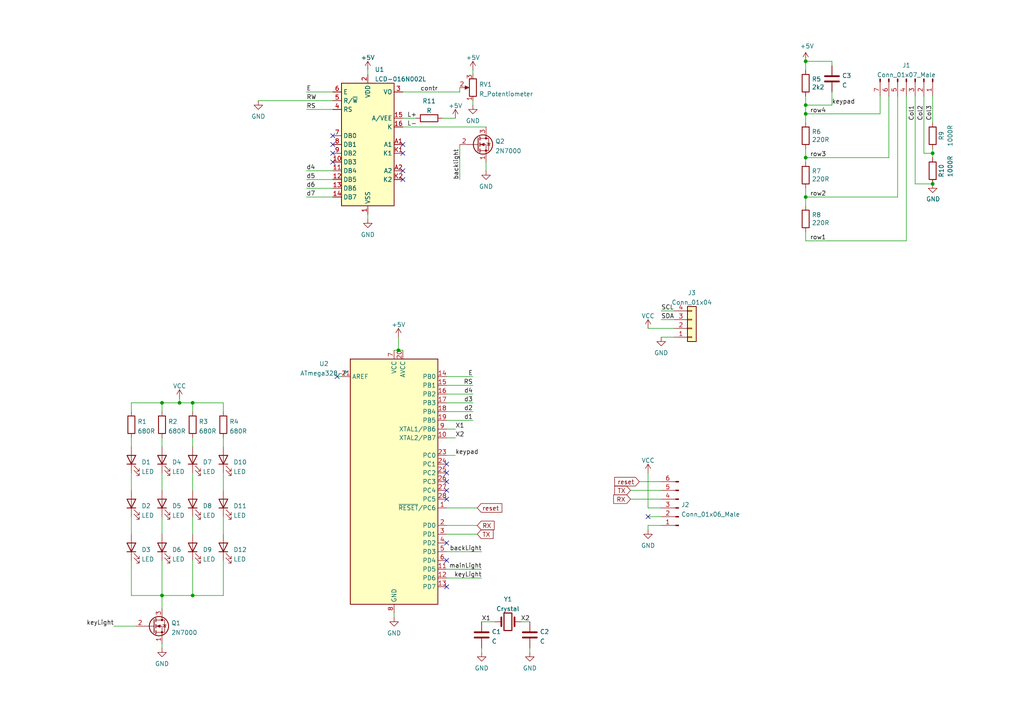
<source format=kicad_sch>
(kicad_sch (version 20211123) (generator eeschema)
  (paper "A4")
  (lib_symbols
    (symbol "Connector:Conn_01x06_Male" (pin_names (offset 1.016) hide)
      (property "Reference" "J" (at 0 7.62 0))
      (property "Value" "Conn_01x06_Male" (at 0 -10.16 0))
      (symbol "Conn_01x06_Male_1_1"
        (polyline (pts (xy 1.27 -7.62) (xy 0.8636 -7.62)) (stroke (width 0.1524)))
        (polyline (pts (xy 1.27 -5.08) (xy 0.8636 -5.08)) (stroke (width 0.1524)))
        (polyline (pts (xy 1.27 -2.54) (xy 0.8636 -2.54)) (stroke (width 0.1524)))
        (polyline (pts (xy 1.27 0) (xy 0.8636 0)) (stroke (width 0.1524)))
        (polyline (pts (xy 1.27 2.54) (xy 0.8636 2.54)) (stroke (width 0.1524)))
        (polyline (pts (xy 1.27 5.08) (xy 0.8636 5.08)) (stroke (width 0.1524)))
        (rectangle (start 0.8636 -7.493) (end 0 -7.747) (stroke (width 0.1524)) (fill (type outline)))
        (rectangle (start 0.8636 -4.953) (end 0 -5.207) (stroke (width 0.1524)) (fill (type outline)))
        (rectangle (start 0.8636 -2.413) (end 0 -2.667) (stroke (width 0.1524)) (fill (type outline)))
        (rectangle (start 0.8636 0.127) (end 0 -0.127) (stroke (width 0.1524)) (fill (type outline)))
        (rectangle (start 0.8636 2.667) (end 0 2.413) (stroke (width 0.1524)) (fill (type outline)))
        (rectangle (start 0.8636 5.207) (end 0 4.953) (stroke (width 0.1524)) (fill (type outline)))
        (pin passive line (at 5.08 5.08 180) (length 3.81) (name "Pin_1") (number "1"))
        (pin passive line (at 5.08 2.54 180) (length 3.81) (name "Pin_2") (number "2"))
        (pin passive line (at 5.08 0 180) (length 3.81) (name "Pin_3") (number "3"))
        (pin passive line (at 5.08 -2.54 180) (length 3.81) (name "Pin_4") (number "4"))
        (pin passive line (at 5.08 -5.08 180) (length 3.81) (name "Pin_5") (number "5"))
        (pin passive line (at 5.08 -7.62 180) (length 3.81) (name "Pin_6") (number "6"))
      )
    )
    (symbol "Connector:Conn_01x07_Male" (pin_names (offset 1.016) hide)
      (property "Reference" "J" (at 0 10.16 0))
      (property "Value" "Conn_01x07_Male" (at 0 -10.16 0))
      (symbol "Conn_01x07_Male_1_1"
        (polyline (pts (xy 1.27 -7.62) (xy 0.8636 -7.62)) (stroke (width 0.1524)))
        (polyline (pts (xy 1.27 -5.08) (xy 0.8636 -5.08)) (stroke (width 0.1524)))
        (polyline (pts (xy 1.27 -2.54) (xy 0.8636 -2.54)) (stroke (width 0.1524)))
        (polyline (pts (xy 1.27 0) (xy 0.8636 0)) (stroke (width 0.1524)))
        (polyline (pts (xy 1.27 2.54) (xy 0.8636 2.54)) (stroke (width 0.1524)))
        (polyline (pts (xy 1.27 5.08) (xy 0.8636 5.08)) (stroke (width 0.1524)))
        (polyline (pts (xy 1.27 7.62) (xy 0.8636 7.62)) (stroke (width 0.1524)))
        (rectangle (start 0.8636 -7.493) (end 0 -7.747) (stroke (width 0.1524)) (fill (type outline)))
        (rectangle (start 0.8636 -4.953) (end 0 -5.207) (stroke (width 0.1524)) (fill (type outline)))
        (rectangle (start 0.8636 -2.413) (end 0 -2.667) (stroke (width 0.1524)) (fill (type outline)))
        (rectangle (start 0.8636 0.127) (end 0 -0.127) (stroke (width 0.1524)) (fill (type outline)))
        (rectangle (start 0.8636 2.667) (end 0 2.413) (stroke (width 0.1524)) (fill (type outline)))
        (rectangle (start 0.8636 5.207) (end 0 4.953) (stroke (width 0.1524)) (fill (type outline)))
        (rectangle (start 0.8636 7.747) (end 0 7.493) (stroke (width 0.1524)) (fill (type outline)))
        (pin passive line (at 5.08 7.62 180) (length 3.81) (name "Pin_1") (number "1"))
        (pin passive line (at 5.08 5.08 180) (length 3.81) (name "Pin_2") (number "2"))
        (pin passive line (at 5.08 2.54 180) (length 3.81) (name "Pin_3") (number "3"))
        (pin passive line (at 5.08 0 180) (length 3.81) (name "Pin_4") (number "4"))
        (pin passive line (at 5.08 -2.54 180) (length 3.81) (name "Pin_5") (number "5"))
        (pin passive line (at 5.08 -5.08 180) (length 3.81) (name "Pin_6") (number "6"))
        (pin passive line (at 5.08 -7.62 180) (length 3.81) (name "Pin_7") (number "7"))
      )
    )
    (symbol "Connector_Generic:Conn_01x04" (pin_names (offset 1.016) hide)
      (property "Reference" "J" (at 0 5.08 0))
      (property "Value" "Conn_01x04" (at 0 -7.62 0))
      (symbol "Conn_01x04_1_1"
        (rectangle (start -1.27 -4.953) (end 0 -5.207) (stroke (width 0.1524)))
        (rectangle (start -1.27 -2.413) (end 0 -2.667) (stroke (width 0.1524)))
        (rectangle (start -1.27 0.127) (end 0 -0.127) (stroke (width 0.1524)))
        (rectangle (start -1.27 2.667) (end 0 2.413) (stroke (width 0.1524)))
        (rectangle (start -1.27 3.81) (end 1.27 -6.35) (stroke (width 0.254)) (fill (type background)))
        (pin passive line (at -5.08 2.54 0) (length 3.81) (name "Pin_1") (number "1"))
        (pin passive line (at -5.08 0 0) (length 3.81) (name "Pin_2") (number "2"))
        (pin passive line (at -5.08 -2.54 0) (length 3.81) (name "Pin_3") (number "3"))
        (pin passive line (at -5.08 -5.08 0) (length 3.81) (name "Pin_4") (number "4"))
      )
    )
    (symbol "Device:C" (pin_numbers hide) (pin_names (offset 0.254))
      (property "Reference" "C" (at 0.635 2.54 0))
      (property "Value" "C" (at 0.635 -2.54 0))
      (symbol "C_0_1"
        (polyline (pts (xy -2.032 -0.762) (xy 2.032 -0.762)) (stroke (width 0.508)))
        (polyline (pts (xy -2.032 0.762) (xy 2.032 0.762)) (stroke (width 0.508)))
      )
      (symbol "C_1_1"
        (pin passive line (at 0 3.81 270) (length 2.794) (name "~") (number "1"))
        (pin passive line (at 0 -3.81 90) (length 2.794) (name "~") (number "2"))
      )
    )
    (symbol "Device:Crystal" (pin_numbers hide) (pin_names (offset 1.016) hide)
      (property "Reference" "Y" (at 0 3.81 0))
      (property "Value" "Crystal" (at 0 -3.81 0))
      (symbol "Crystal_0_1"
        (rectangle (start -1.143 2.54) (end 1.143 -2.54) (stroke (width 0.3048)))
        (polyline (pts (xy -2.54 0) (xy -1.905 0)))
        (polyline (pts (xy -1.905 -1.27) (xy -1.905 1.27)) (stroke (width 0.508)))
        (polyline (pts (xy 1.905 -1.27) (xy 1.905 1.27)) (stroke (width 0.508)))
        (polyline (pts (xy 2.54 0) (xy 1.905 0)))
      )
      (symbol "Crystal_1_1"
        (pin passive line (at -3.81 0 0) (length 1.27) (name "1") (number "1"))
        (pin passive line (at 3.81 0 180) (length 1.27) (name "2") (number "2"))
      )
    )
    (symbol "Device:LED" (pin_numbers hide) (pin_names (offset 1.016) hide)
      (property "Reference" "D" (at 0 2.54 0))
      (property "Value" "LED" (at 0 -2.54 0))
      (symbol "LED_0_1"
        (polyline (pts (xy -1.27 -1.27) (xy -1.27 1.27)) (stroke (width 0.254)))
        (polyline (pts (xy -1.27 0) (xy 1.27 0)))
        (polyline (pts (xy 1.27 -1.27) (xy 1.27 1.27) (xy -1.27 0) (xy 1.27 -1.27)) (stroke (width 0.254)))
        (polyline (pts (xy -3.048 -0.762) (xy -4.572 -2.286) (xy -3.81 -2.286) (xy -4.572 -2.286) (xy -4.572 -1.524)))
        (polyline (pts (xy -1.778 -0.762) (xy -3.302 -2.286) (xy -2.54 -2.286) (xy -3.302 -2.286) (xy -3.302 -1.524)))
      )
      (symbol "LED_1_1"
        (pin passive line (at -3.81 0 0) (length 2.54) (name "K") (number "1"))
        (pin passive line (at 3.81 0 180) (length 2.54) (name "A") (number "2"))
      )
    )
    (symbol "Device:R" (pin_numbers hide) (pin_names (offset 0))
      (property "Reference" "R" (at 2.032 0 90))
      (property "Value" "R" (at 0 0 90))
      (symbol "R_0_1"
        (rectangle (start -1.016 -2.54) (end 1.016 2.54) (stroke (width 0.254)))
      )
      (symbol "R_1_1"
        (pin passive line (at 0 3.81 270) (length 1.27) (name "~") (number "1"))
        (pin passive line (at 0 -3.81 90) (length 1.27) (name "~") (number "2"))
      )
    )
    (symbol "Device:R_Potentiometer" (pin_names (offset 1.016) hide)
      (property "Reference" "RV" (at -4.445 0 90))
      (property "Value" "R_Potentiometer" (at -2.54 0 90))
      (symbol "R_Potentiometer_0_1"
        (polyline (pts (xy 2.54 0) (xy 1.524 0)))
        (polyline (pts (xy 1.143 0) (xy 2.286 0.508) (xy 2.286 -0.508) (xy 1.143 0)) (fill (type outline)))
        (rectangle (start 1.016 2.54) (end -1.016 -2.54) (stroke (width 0.254)))
      )
      (symbol "R_Potentiometer_1_1"
        (pin passive line (at 0 3.81 270) (length 1.27) (name "1") (number "1"))
        (pin passive line (at 3.81 0 180) (length 1.27) (name "2") (number "2"))
        (pin passive line (at 0 -3.81 90) (length 1.27) (name "3") (number "3"))
      )
    )
    (symbol "Display_Character:LCD-016N002L"
      (property "Reference" "U" (at -6.35 18.796 0))
      (property "Value" "LCD-016N002L" (at 8.636 18.796 0))
      (symbol "LCD-016N002L_1_1"
        (rectangle (start -7.62 17.78) (end 7.62 -17.78) (stroke (width 0.254)) (fill (type background)))
        (pin power_in line (at 0 -20.32 90) (length 2.54) (name "VSS") (number "1"))
        (pin bidirectional line (at -10.16 -5.08 0) (length 2.54) (name "DB3") (number "10"))
        (pin bidirectional line (at -10.16 -7.62 0) (length 2.54) (name "DB4") (number "11"))
        (pin bidirectional line (at -10.16 -10.16 0) (length 2.54) (name "DB5") (number "12"))
        (pin bidirectional line (at -10.16 -12.7 0) (length 2.54) (name "DB6") (number "13"))
        (pin bidirectional line (at -10.16 -15.24 0) (length 2.54) (name "DB7") (number "14"))
        (pin power_in line (at 10.16 7.62 180) (length 2.54) (name "A/VEE") (number "15"))
        (pin power_in line (at 10.16 5.08 180) (length 2.54) (name "K") (number "16"))
        (pin power_in line (at 0 20.32 270) (length 2.54) (name "VDD") (number "2"))
        (pin input line (at 10.16 15.24 180) (length 2.54) (name "VO") (number "3"))
        (pin input line (at -10.16 10.16 0) (length 2.54) (name "RS") (number "4"))
        (pin input line (at -10.16 12.7 0) (length 2.54) (name "R/~{W}") (number "5"))
        (pin input line (at -10.16 15.24 0) (length 2.54) (name "E") (number "6"))
        (pin bidirectional line (at -10.16 2.54 0) (length 2.54) (name "DB0") (number "7"))
        (pin bidirectional line (at -10.16 0 0) (length 2.54) (name "DB1") (number "8"))
        (pin bidirectional line (at -10.16 -2.54 0) (length 2.54) (name "DB2") (number "9"))
        (pin power_in line (at 10.16 0 180) (length 2.54) (name "A1") (number "A1"))
        (pin power_in line (at 10.16 -7.62 180) (length 2.54) (name "A2") (number "A2"))
        (pin power_in line (at 10.16 -2.54 180) (length 2.54) (name "K1") (number "K1"))
        (pin power_in line (at 10.16 -10.16 180) (length 2.54) (name "K2") (number "K2"))
      )
    )
    (symbol "MCU_Microchip_ATmega:ATmega328-P"
      (property "Reference" "U" (at -12.7 36.83 0))
      (property "Value" "ATmega328-P" (at 2.54 -36.83 0))
      (symbol "ATmega328-P_0_1"
        (rectangle (start -12.7 -35.56) (end 12.7 35.56) (stroke (width 0.254)) (fill (type background)))
      )
      (symbol "ATmega328-P_1_1"
        (pin bidirectional line (at 15.24 -7.62 180) (length 2.54) (name "~{RESET}/PC6") (number "1"))
        (pin bidirectional line (at 15.24 12.7 180) (length 2.54) (name "XTAL2/PB7") (number "10"))
        (pin bidirectional line (at 15.24 -25.4 180) (length 2.54) (name "PD5") (number "11"))
        (pin bidirectional line (at 15.24 -27.94 180) (length 2.54) (name "PD6") (number "12"))
        (pin bidirectional line (at 15.24 -30.48 180) (length 2.54) (name "PD7") (number "13"))
        (pin bidirectional line (at 15.24 30.48 180) (length 2.54) (name "PB0") (number "14"))
        (pin bidirectional line (at 15.24 27.94 180) (length 2.54) (name "PB1") (number "15"))
        (pin bidirectional line (at 15.24 25.4 180) (length 2.54) (name "PB2") (number "16"))
        (pin bidirectional line (at 15.24 22.86 180) (length 2.54) (name "PB3") (number "17"))
        (pin bidirectional line (at 15.24 20.32 180) (length 2.54) (name "PB4") (number "18"))
        (pin bidirectional line (at 15.24 17.78 180) (length 2.54) (name "PB5") (number "19"))
        (pin bidirectional line (at 15.24 -12.7 180) (length 2.54) (name "PD0") (number "2"))
        (pin power_in line (at 2.54 38.1 270) (length 2.54) (name "AVCC") (number "20"))
        (pin passive line (at -15.24 30.48 0) (length 2.54) (name "AREF") (number "21"))
        (pin passive line (at 0 -38.1 90) (length 2.54) hide (name "GND") (number "22"))
        (pin bidirectional line (at 15.24 7.62 180) (length 2.54) (name "PC0") (number "23"))
        (pin bidirectional line (at 15.24 5.08 180) (length 2.54) (name "PC1") (number "24"))
        (pin bidirectional line (at 15.24 2.54 180) (length 2.54) (name "PC2") (number "25"))
        (pin bidirectional line (at 15.24 0 180) (length 2.54) (name "PC3") (number "26"))
        (pin bidirectional line (at 15.24 -2.54 180) (length 2.54) (name "PC4") (number "27"))
        (pin bidirectional line (at 15.24 -5.08 180) (length 2.54) (name "PC5") (number "28"))
        (pin bidirectional line (at 15.24 -15.24 180) (length 2.54) (name "PD1") (number "3"))
        (pin bidirectional line (at 15.24 -17.78 180) (length 2.54) (name "PD2") (number "4"))
        (pin bidirectional line (at 15.24 -20.32 180) (length 2.54) (name "PD3") (number "5"))
        (pin bidirectional line (at 15.24 -22.86 180) (length 2.54) (name "PD4") (number "6"))
        (pin power_in line (at 0 38.1 270) (length 2.54) (name "VCC") (number "7"))
        (pin power_in line (at 0 -38.1 90) (length 2.54) (name "GND") (number "8"))
        (pin bidirectional line (at 15.24 15.24 180) (length 2.54) (name "XTAL1/PB6") (number "9"))
      )
    )
    (symbol "Transistor_FET:2N7000" (pin_names hide)
      (property "Reference" "Q" (at 5.08 1.905 0))
      (property "Value" "2N7000" (at 5.08 0 0))
      (symbol "2N7000_0_1"
        (polyline (pts (xy 0.254 0) (xy -2.54 0)))
        (polyline (pts (xy 0.254 1.905) (xy 0.254 -1.905)) (stroke (width 0.254)))
        (polyline (pts (xy 0.762 -1.27) (xy 0.762 -2.286)) (stroke (width 0.254)))
        (polyline (pts (xy 0.762 0.508) (xy 0.762 -0.508)) (stroke (width 0.254)))
        (polyline (pts (xy 0.762 2.286) (xy 0.762 1.27)) (stroke (width 0.254)))
        (polyline (pts (xy 2.54 2.54) (xy 2.54 1.778)))
        (polyline (pts (xy 2.54 -2.54) (xy 2.54 0) (xy 0.762 0)))
        (polyline (pts (xy 0.762 -1.778) (xy 3.302 -1.778) (xy 3.302 1.778) (xy 0.762 1.778)))
        (polyline (pts (xy 1.016 0) (xy 2.032 0.381) (xy 2.032 -0.381) (xy 1.016 0)) (fill (type outline)))
        (polyline (pts (xy 2.794 0.508) (xy 2.921 0.381) (xy 3.683 0.381) (xy 3.81 0.254)))
        (polyline (pts (xy 3.302 0.381) (xy 2.921 -0.254) (xy 3.683 -0.254) (xy 3.302 0.381)))
        (circle (center 1.651 0) (radius 2.794) (stroke (width 0.254)))
        (circle (center 2.54 -1.778) (radius 0.254) (fill (type outline)))
        (circle (center 2.54 1.778) (radius 0.254) (fill (type outline)))
      )
      (symbol "2N7000_1_1"
        (pin passive line (at 2.54 -5.08 90) (length 2.54) (name "S") (number "1"))
        (pin input line (at -5.08 0 0) (length 2.54) (name "G") (number "2"))
        (pin passive line (at 2.54 5.08 270) (length 2.54) (name "D") (number "3"))
      )
    )
    (symbol "power:+5V" (power) (pin_names (offset 0))
      (property "Value" "+5V" (at 0 3.556 0))
      (symbol "+5V_0_1"
        (polyline (pts (xy -0.762 1.27) (xy 0 2.54)))
        (polyline (pts (xy 0 0) (xy 0 2.54)))
        (polyline (pts (xy 0 2.54) (xy 0.762 1.27)))
      )
      (symbol "+5V_1_1"
        (pin power_in line (at 0 0 90) (length 0) hide (name "+5V") (number "1"))
      )
    )
    (symbol "power:GND" (power) (pin_names (offset 0))
      (property "Value" "GND" (at 0 -3.81 0))
      (symbol "GND_0_1"
        (polyline (pts (xy 0 0) (xy 0 -1.27) (xy 1.27 -1.27) (xy 0 -2.54) (xy -1.27 -1.27) (xy 0 -1.27)))
      )
      (symbol "GND_1_1"
        (pin power_in line (at 0 0 270) (length 0) hide (name "GND") (number "1"))
      )
    )
    (symbol "power:VCC" (power) (pin_names (offset 0))
      (property "Value" "VCC" (at 0 3.81 0))
      (symbol "VCC_0_1"
        (polyline (pts (xy -0.762 1.27) (xy 0 2.54)))
        (polyline (pts (xy 0 0) (xy 0 2.54)))
        (polyline (pts (xy 0 2.54) (xy 0.762 1.27)))
      )
      (symbol "VCC_1_1"
        (pin power_in line (at 0 0 90) (length 0) hide (name "VCC") (number "1"))
      )
    )
  )
  (junction (at 55.88 116.84))
  (junction (at 46.99 116.84))
  (junction (at 233.68 33.02))
  (junction (at 115.57 101.6))
  (junction (at 46.99 172.72))
  (junction (at 233.68 17.78))
  (junction (at 233.68 57.15))
  (junction (at 270.51 44.45))
  (junction (at 233.68 30.48))
  (junction (at 55.88 172.72))
  (junction (at 270.51 53.34))
  (junction (at 233.68 45.72))
  (junction (at 52.07 116.84))
  (no_connect (at 96.52 46.99))
  (no_connect (at 96.52 39.37))
  (no_connect (at 96.52 44.45))
  (no_connect (at 97.79 109.22))
  (no_connect (at 129.54 137.16))
  (no_connect (at 129.54 139.7))
  (no_connect (at 129.54 142.24))
  (no_connect (at 129.54 134.62))
  (no_connect (at 129.54 144.78))
  (no_connect (at 129.54 157.48))
  (no_connect (at 129.54 170.18))
  (no_connect (at 129.54 162.56))
  (no_connect (at 116.84 41.91))
  (no_connect (at 116.84 44.45))
  (no_connect (at 116.84 49.53))
  (no_connect (at 116.84 52.07))
  (no_connect (at 187.96 149.86))
  (no_connect (at 96.52 41.91))
  (wire (pts (xy 265.43 27.94) (xy 265.43 53.34)))
  (wire (pts (xy 270.51 44.45) (xy 270.51 45.72)))
  (wire (pts (xy 129.54 165.1) (xy 139.7 165.1)))
  (wire (pts (xy 233.68 30.48) (xy 241.3 30.48)))
  (wire (pts (xy 267.97 27.94) (xy 267.97 44.45)))
  (wire (pts (xy 106.68 62.23) (xy 106.68 63.5)))
  (wire (pts (xy 52.07 115.57) (xy 52.07 116.84)))
  (wire (pts (xy 129.54 160.02) (xy 139.7 160.02)))
  (wire (pts (xy 46.99 172.72) (xy 46.99 176.53)))
  (wire (pts (xy 262.89 27.94) (xy 262.89 69.85)))
  (wire (pts (xy 153.67 187.96) (xy 153.67 189.23)))
  (wire (pts (xy 233.68 17.78) (xy 241.3 17.78)))
  (wire (pts (xy 55.88 116.84) (xy 55.88 119.38)))
  (wire (pts (xy 139.7 180.34) (xy 143.51 180.34)))
  (wire (pts (xy 187.96 95.25) (xy 195.58 95.25)))
  (wire (pts (xy 191.77 90.17) (xy 195.58 90.17)))
  (wire (pts (xy 88.9 31.75) (xy 96.52 31.75)))
  (wire (pts (xy 114.3 101.6) (xy 115.57 101.6)))
  (wire (pts (xy 46.99 172.72) (xy 55.88 172.72)))
  (wire (pts (xy 38.1 137.16) (xy 38.1 142.24)))
  (wire (pts (xy 88.9 52.07) (xy 96.52 52.07)))
  (wire (pts (xy 38.1 149.86) (xy 38.1 154.94)))
  (wire (pts (xy 46.99 137.16) (xy 46.99 142.24)))
  (wire (pts (xy 233.68 57.15) (xy 233.68 59.69)))
  (wire (pts (xy 133.35 26.67) (xy 133.35 25.4)))
  (wire (pts (xy 55.88 172.72) (xy 64.77 172.72)))
  (wire (pts (xy 55.88 127) (xy 55.88 129.54)))
  (wire (pts (xy 38.1 127) (xy 38.1 129.54)))
  (wire (pts (xy 233.68 69.85) (xy 233.68 67.31)))
  (wire (pts (xy 128.27 34.29) (xy 132.08 34.29)))
  (wire (pts (xy 116.84 34.29) (xy 120.65 34.29)))
  (wire (pts (xy 38.1 162.56) (xy 38.1 172.72)))
  (wire (pts (xy 233.68 20.32) (xy 233.68 17.78)))
  (wire (pts (xy 137.16 29.21) (xy 137.16 30.48)))
  (wire (pts (xy 88.9 26.67) (xy 96.52 26.67)))
  (wire (pts (xy 46.99 116.84) (xy 52.07 116.84)))
  (wire (pts (xy 191.77 152.4) (xy 187.96 152.4)))
  (wire (pts (xy 265.43 53.34) (xy 270.51 53.34)))
  (wire (pts (xy 137.16 119.38) (xy 129.54 119.38)))
  (wire (pts (xy 257.81 45.72) (xy 233.68 45.72)))
  (wire (pts (xy 191.77 147.32) (xy 187.96 147.32)))
  (wire (pts (xy 255.27 33.02) (xy 233.68 33.02)))
  (wire (pts (xy 64.77 116.84) (xy 64.77 119.38)))
  (wire (pts (xy 267.97 44.45) (xy 270.51 44.45)))
  (wire (pts (xy 140.97 46.99) (xy 140.97 49.53)))
  (wire (pts (xy 55.88 137.16) (xy 55.88 142.24)))
  (wire (pts (xy 129.54 124.46) (xy 132.08 124.46)))
  (wire (pts (xy 187.96 149.86) (xy 191.77 149.86)))
  (wire (pts (xy 241.3 26.67) (xy 241.3 30.48)))
  (wire (pts (xy 185.42 139.7) (xy 191.77 139.7)))
  (wire (pts (xy 233.68 69.85) (xy 262.89 69.85)))
  (wire (pts (xy 233.68 45.72) (xy 233.68 46.99)))
  (wire (pts (xy 137.16 109.22) (xy 129.54 109.22)))
  (wire (pts (xy 129.54 152.4) (xy 138.43 152.4)))
  (wire (pts (xy 55.88 162.56) (xy 55.88 172.72)))
  (wire (pts (xy 88.9 57.15) (xy 96.52 57.15)))
  (wire (pts (xy 139.7 187.96) (xy 139.7 189.23)))
  (wire (pts (xy 233.68 33.02) (xy 233.68 35.56)))
  (wire (pts (xy 182.88 144.78) (xy 191.77 144.78)))
  (wire (pts (xy 46.99 116.84) (xy 46.99 119.38)))
  (wire (pts (xy 116.84 36.83) (xy 140.97 36.83)))
  (wire (pts (xy 64.77 162.56) (xy 64.77 172.72)))
  (wire (pts (xy 46.99 127) (xy 46.99 129.54)))
  (wire (pts (xy 137.16 114.3) (xy 129.54 114.3)))
  (wire (pts (xy 137.16 121.92) (xy 129.54 121.92)))
  (wire (pts (xy 270.51 43.18) (xy 270.51 44.45)))
  (wire (pts (xy 46.99 162.56) (xy 46.99 172.72)))
  (wire (pts (xy 137.16 116.84) (xy 129.54 116.84)))
  (wire (pts (xy 97.79 109.22) (xy 99.06 109.22)))
  (wire (pts (xy 38.1 116.84) (xy 38.1 119.38)))
  (wire (pts (xy 137.16 20.32) (xy 137.16 21.59)))
  (wire (pts (xy 139.7 167.64) (xy 129.54 167.64)))
  (wire (pts (xy 187.96 152.4) (xy 187.96 153.67)))
  (wire (pts (xy 129.54 132.08) (xy 132.08 132.08)))
  (wire (pts (xy 64.77 137.16) (xy 64.77 142.24)))
  (wire (pts (xy 64.77 127) (xy 64.77 129.54)))
  (wire (pts (xy 241.3 17.78) (xy 241.3 19.05)))
  (wire (pts (xy 233.68 30.48) (xy 233.68 27.94)))
  (wire (pts (xy 46.99 186.69) (xy 46.99 187.96)))
  (wire (pts (xy 191.77 97.79) (xy 195.58 97.79)))
  (wire (pts (xy 233.68 54.61) (xy 233.68 57.15)))
  (wire (pts (xy 88.9 49.53) (xy 96.52 49.53)))
  (wire (pts (xy 137.16 111.76) (xy 129.54 111.76)))
  (wire (pts (xy 88.9 54.61) (xy 96.52 54.61)))
  (wire (pts (xy 191.77 92.71) (xy 195.58 92.71)))
  (wire (pts (xy 133.35 41.91) (xy 133.35 52.07)))
  (wire (pts (xy 106.68 20.32) (xy 106.68 21.59)))
  (wire (pts (xy 74.93 29.21) (xy 96.52 29.21)))
  (wire (pts (xy 55.88 116.84) (xy 64.77 116.84)))
  (wire (pts (xy 270.51 27.94) (xy 270.51 35.56)))
  (wire (pts (xy 129.54 127) (xy 132.08 127)))
  (wire (pts (xy 38.1 116.84) (xy 46.99 116.84)))
  (wire (pts (xy 129.54 147.32) (xy 138.43 147.32)))
  (wire (pts (xy 52.07 116.84) (xy 55.88 116.84)))
  (wire (pts (xy 33.02 181.61) (xy 39.37 181.61)))
  (wire (pts (xy 233.68 30.48) (xy 233.68 33.02)))
  (wire (pts (xy 114.3 177.8) (xy 114.3 179.07)))
  (wire (pts (xy 115.57 97.79) (xy 115.57 101.6)))
  (wire (pts (xy 151.13 180.34) (xy 153.67 180.34)))
  (wire (pts (xy 116.84 26.67) (xy 133.35 26.67)))
  (wire (pts (xy 55.88 149.86) (xy 55.88 154.94)))
  (wire (pts (xy 260.35 57.15) (xy 233.68 57.15)))
  (wire (pts (xy 182.88 142.24) (xy 191.77 142.24)))
  (wire (pts (xy 255.27 27.94) (xy 255.27 33.02)))
  (wire (pts (xy 46.99 149.86) (xy 46.99 154.94)))
  (wire (pts (xy 187.96 147.32) (xy 187.96 137.16)))
  (wire (pts (xy 233.68 43.18) (xy 233.68 45.72)))
  (wire (pts (xy 257.81 27.94) (xy 257.81 45.72)))
  (wire (pts (xy 38.1 172.72) (xy 46.99 172.72)))
  (wire (pts (xy 64.77 149.86) (xy 64.77 154.94)))
  (wire (pts (xy 129.54 154.94) (xy 138.43 154.94)))
  (wire (pts (xy 260.35 27.94) (xy 260.35 57.15)))
  (wire (pts (xy 115.57 101.6) (xy 116.84 101.6)))
  (label "d7" (at 88.9 57.15 0))
  (label "SDA" (at 191.77 92.71 0))
  (label "L-" (at 118.11 36.83 0))
  (label "E" (at 88.9 26.67 0))
  (label "RS" (at 88.9 31.75 0))
  (label "d1" (at 137.16 121.92 180))
  (label "keyLight" (at 139.7 167.64 180))
  (label "keypad" (at 241.3 30.48 0))
  (label "contr" (at 121.92 26.67 0))
  (label "row3" (at 234.95 45.72 0))
  (label "d3" (at 137.16 116.84 180))
  (label "d4" (at 88.9 49.53 0))
  (label "E" (at 137.16 109.22 180))
  (label "RS" (at 137.16 111.76 180))
  (label "SCL" (at 191.77 90.17 0))
  (label "mainLight" (at 139.7 165.1 180))
  (label "backlight" (at 133.35 52.07 90))
  (label "keypad" (at 132.08 132.08 0))
  (label "RW" (at 88.9 29.21 0))
  (label "X1" (at 132.08 124.46 0))
  (label "row2" (at 234.95 57.15 0))
  (label "d5" (at 88.9 52.07 0))
  (label "X1" (at 139.7 180.34 0))
  (label "row4" (at 234.95 33.02 0))
  (label "d2" (at 137.16 119.38 180))
  (label "L+" (at 118.11 34.29 0))
  (label "keyLight" (at 33.02 181.61 180))
  (label "backLight" (at 139.7 160.02 180))
  (label "d6" (at 88.9 54.61 0))
  (label "Col3" (at 270.51 30.48 270))
  (label "X2" (at 132.08 127 0))
  (label "X2" (at 153.67 180.34 180))
  (label "Col1" (at 265.43 30.48 270))
  (label "row1" (at 234.95 69.85 0))
  (label "d4" (at 137.16 114.3 180))
  (label "Col2" (at 267.97 30.48 270))
  (global_label "reset" (shape input) (at 185.42 139.7 180) (property "Intersheet References" "${INTERSHEET_REFS}" (effects hide)))
  (global_label "TX" (shape input) (at 182.88 142.24 180) (property "Intersheet References" "${INTERSHEET_REFS}" (effects hide)))
  (global_label "reset" (shape input) (at 138.43 147.32 0) (property "Intersheet References" "${INTERSHEET_REFS}" (effects hide)))
  (global_label "RX" (shape input) (at 138.43 152.4 0) (property "Intersheet References" "${INTERSHEET_REFS}" (effects hide)))
  (global_label "TX" (shape input) (at 138.43 154.94 0) (property "Intersheet References" "${INTERSHEET_REFS}" (effects hide)))
  (global_label "RX" (shape input) (at 182.88 144.78 180) (property "Intersheet References" "${INTERSHEET_REFS}" (effects hide)))
  (symbol (lib_id "Connector_Generic:Conn_01x04") (at 200.66 95.25 0) (mirror x) (unit 1)
    (property "Reference" "J3" (at 200.66 84.9335 0))
    (property "Value" "Conn_01x04" (at 200.66 87.7086 0))
    (property "Footprint" "Connector_PinHeader_2.54mm:PinHeader_1x04_P2.54mm_Vertical" (effects hide))
  )
  (symbol (lib_id "power:+5V") (at 132.08 34.29 0) (unit 1)
    (property "Reference" "#PWR0102" (effects hide))
    (property "Value" "+5V" (at 132.08 30.6855 0))
  )
  (symbol (lib_id "power:+5V") (at 106.68 20.32 0) (unit 1)
    (property "Reference" "#PWR03" (effects hide))
    (property "Value" "+5V" (at 106.68 16.7155 0))
  )
  (symbol (lib_id "power:VCC") (at 52.07 115.57 0) (unit 1)
    (property "Reference" "#PWR02" (effects hide))
    (property "Value" "VCC" (at 52.07 111.9655 0))
  )
  (symbol (lib_id "Device:LED") (at 38.1 133.35 90) (unit 1)
    (property "Reference" "D1" (at 41.021 134.029 90) (effects (justify right)))
    (property "Value" "LED" (at 41.021 136.8041 90) (effects (justify right)))
    (property "Footprint" "LED_THT:LED_D3.0mm" (effects hide))
  )
  (symbol (lib_id "Device:LED") (at 64.77 133.35 90) (unit 1)
    (property "Reference" "D10" (at 67.691 134.029 90) (effects (justify right)))
    (property "Value" "LED" (at 67.691 136.8041 90) (effects (justify right)))
    (property "Footprint" "LED_THT:LED_D3.0mm" (effects hide))
  )
  (symbol (lib_id "power:GND") (at 137.16 30.48 0) (unit 1)
    (property "Reference" "#PWR0104" (effects hide))
    (property "Value" "GND" (at 137.16 35.0425 0))
  )
  (symbol (lib_id "Device:LED") (at 64.77 158.75 90) (unit 1)
    (property "Reference" "D12" (at 67.691 159.429 90) (effects (justify right)))
    (property "Value" "LED" (at 67.691 162.2041 90) (effects (justify right)))
    (property "Footprint" "LED_THT:LED_D3.0mm" (effects hide))
  )
  (symbol (lib_id "power:VCC") (at 187.96 95.25 0) (unit 1)
    (property "Reference" "#PWR0109" (effects hide))
    (property "Value" "VCC" (at 187.96 91.6455 0))
  )
  (symbol (lib_id "power:GND") (at 140.97 49.53 0) (unit 1)
    (property "Reference" "#PWR0105" (effects hide))
    (property "Value" "GND" (at 140.97 54.0925 0))
  )
  (symbol (lib_id "Device:R") (at 270.51 49.53 0) (unit 1)
    (property "Reference" "R10" (at 273.05 49.53 90))
    (property "Value" "1000R" (at 275.59 48.26 90))
    (property "Footprint" "Resistor_THT:R_Axial_DIN0204_L3.6mm_D1.6mm_P7.62mm_Horizontal" (effects hide))
  )
  (symbol (lib_id "power:GND") (at 139.7 189.23 0) (unit 1)
    (property "Reference" "#PWR07" (effects hide))
    (property "Value" "GND" (at 139.7 193.7925 0))
  )
  (symbol (lib_id "Device:C") (at 153.67 184.15 0) (unit 1)
    (property "Reference" "C2" (at 156.591 183.2415 0) (effects (justify left)))
    (property "Value" "C" (at 156.591 186.0166 0) (effects (justify left)))
    (property "Footprint" "Capacitor_THT:C_Disc_D3.0mm_W1.6mm_P2.50mm" (effects hide))
  )
  (symbol (lib_id "Connector:Conn_01x07_Male") (at 262.89 22.86 270) (unit 1)
    (property "Reference" "J1" (at 262.89 18.9443 90))
    (property "Value" "Conn_01x07_Male" (at 262.89 21.7194 90))
    (property "Footprint" "Connector_PinHeader_2.54mm:PinHeader_1x07_P2.54mm_Vertical" (effects hide))
  )
  (symbol (lib_id "Device:LED") (at 55.88 146.05 90) (unit 1)
    (property "Reference" "D8" (at 58.801 146.729 90) (effects (justify right)))
    (property "Value" "LED" (at 58.801 149.5041 90) (effects (justify right)))
    (property "Footprint" "LED_THT:LED_D3.0mm" (effects hide))
  )
  (symbol (lib_id "Transistor_FET:2N7000") (at 44.45 181.61 0) (unit 1)
    (property "Reference" "Q1" (at 49.657 180.7015 0) (effects (justify left)))
    (property "Value" "2N7000" (at 49.657 183.4766 0) (effects (justify left)))
    (property "Footprint" "Package_TO_SOT_THT:TO-92_Inline" (effects hide))
    (property "Datasheet" "https://www.onsemi.com/pub/Collateral/NDS7002A-D.PDF" (effects hide))
  )
  (symbol (lib_id "power:GND") (at 191.77 97.79 0) (unit 1)
    (property "Reference" "#PWR0108" (effects hide))
    (property "Value" "GND" (at 191.77 102.3525 0))
  )
  (symbol (lib_id "Device:C") (at 139.7 184.15 0) (unit 1)
    (property "Reference" "C1" (at 142.621 183.2415 0) (effects (justify left)))
    (property "Value" "C" (at 142.621 186.0166 0) (effects (justify left)))
    (property "Footprint" "Capacitor_THT:C_Disc_D3.0mm_W1.6mm_P2.50mm" (effects hide))
  )
  (symbol (lib_id "power:GND") (at 74.93 29.21 0) (unit 1)
    (property "Reference" "#PWR0101" (effects hide))
    (property "Value" "GND" (at 74.93 33.7725 0))
  )
  (symbol (lib_id "Device:R") (at 233.68 50.8 0) (unit 1)
    (property "Reference" "R7" (at 235.458 49.6316 0) (effects (justify left)))
    (property "Value" "220R" (at 235.458 51.943 0) (effects (justify left)))
    (property "Footprint" "Resistor_THT:R_Axial_DIN0204_L3.6mm_D1.6mm_P7.62mm_Horizontal" (effects hide))
  )
  (symbol (lib_id "Device:Crystal") (at 147.32 180.34 0) (unit 1)
    (property "Reference" "Y1" (at 147.32 173.8081 0))
    (property "Value" "Crystal" (at 147.32 176.5832 0))
    (property "Footprint" "Crystal:Crystal_HC18-U_Vertical" (effects hide))
  )
  (symbol (lib_id "Device:R") (at 38.1 123.19 0) (unit 1)
    (property "Reference" "R1" (at 39.878 122.2815 0) (effects (justify left)))
    (property "Value" "680R" (at 39.878 125.0566 0) (effects (justify left)))
    (property "Footprint" "Resistor_THT:R_Axial_DIN0204_L3.6mm_D1.6mm_P7.62mm_Horizontal" (effects hide))
  )
  (symbol (lib_id "power:+5V") (at 233.68 17.78 0) (unit 1)
    (property "Reference" "#PWR09" (effects hide))
    (property "Value" "+5V" (at 234.061 13.3858 0))
  )
  (symbol (lib_id "Device:R_Potentiometer") (at 137.16 25.4 180) (unit 1)
    (property "Reference" "RV1" (at 138.938 24.4915 0) (effects (justify right)))
    (property "Value" "R_Potentiometer" (at 138.938 27.2666 0) (effects (justify right)))
    (property "Footprint" "Potentiometer_THT:Potentiometer_Runtron_RM-065_Vertical" (effects hide))
  )
  (symbol (lib_id "Device:R") (at 233.68 24.13 0) (unit 1)
    (property "Reference" "R5" (at 235.458 22.9616 0) (effects (justify left)))
    (property "Value" "2k2" (at 235.458 25.273 0) (effects (justify left)))
    (property "Footprint" "Resistor_THT:R_Axial_DIN0204_L3.6mm_D1.6mm_P7.62mm_Horizontal" (effects hide))
  )
  (symbol (lib_id "Device:R") (at 55.88 123.19 0) (unit 1)
    (property "Reference" "R3" (at 57.658 122.2815 0) (effects (justify left)))
    (property "Value" "680R" (at 57.658 125.0566 0) (effects (justify left)))
    (property "Footprint" "Resistor_THT:R_Axial_DIN0204_L3.6mm_D1.6mm_P7.62mm_Horizontal" (effects hide))
  )
  (symbol (lib_id "power:VCC") (at 187.96 137.16 0) (unit 1)
    (property "Reference" "#PWR0106" (effects hide))
    (property "Value" "VCC" (at 187.96 133.5555 0))
  )
  (symbol (lib_id "power:GND") (at 114.3 179.07 0) (unit 1)
    (property "Reference" "#PWR05" (effects hide))
    (property "Value" "GND" (at 114.3 183.6325 0))
  )
  (symbol (lib_id "power:+5V") (at 115.57 97.79 0) (unit 1)
    (property "Reference" "#PWR06" (effects hide))
    (property "Value" "+5V" (at 115.57 94.1855 0))
  )
  (symbol (lib_id "Device:R") (at 233.68 39.37 0) (unit 1)
    (property "Reference" "R6" (at 235.458 38.2016 0) (effects (justify left)))
    (property "Value" "220R" (at 235.458 40.513 0) (effects (justify left)))
    (property "Footprint" "Resistor_THT:R_Axial_DIN0204_L3.6mm_D1.6mm_P7.62mm_Horizontal" (effects hide))
  )
  (symbol (lib_id "Device:LED") (at 64.77 146.05 90) (unit 1)
    (property "Reference" "D11" (at 67.691 146.729 90) (effects (justify right)))
    (property "Value" "LED" (at 67.691 149.5041 90) (effects (justify right)))
    (property "Footprint" "LED_THT:LED_D3.0mm" (effects hide))
  )
  (symbol (lib_id "MCU_Microchip_ATmega:ATmega328-P") (at 114.3 139.7 0) (unit 1)
    (property "Reference" "U2" (at 93.9551 105.4948 0))
    (property "Value" "ATmega328-P" (at 93.9551 108.2699 0))
    (property "Footprint" "Package_DIP:DIP-28_W7.62mm" (effects hide))
    (property "Datasheet" "http://ww1.microchip.com/downloads/en/DeviceDoc/ATmega328_P%20AVR%20MCU%20with%20picoPower%20Technology%20Data%20Sheet%2040001984A.pdf" (effects hide))
  )
  (symbol (lib_id "power:GND") (at 187.96 153.67 0) (unit 1)
    (property "Reference" "#PWR0107" (effects hide))
    (property "Value" "GND" (at 187.96 158.2325 0))
  )
  (symbol (lib_id "power:GND") (at 270.51 53.34 0) (unit 1)
    (property "Reference" "#PWR010" (effects hide))
    (property "Value" "GND" (at 270.637 57.7342 0))
  )
  (symbol (lib_id "Device:LED") (at 55.88 158.75 90) (unit 1)
    (property "Reference" "D9" (at 58.801 159.429 90) (effects (justify right)))
    (property "Value" "LED" (at 58.801 162.2041 90) (effects (justify right)))
    (property "Footprint" "LED_THT:LED_D3.0mm" (effects hide))
  )
  (symbol (lib_id "Device:R") (at 233.68 63.5 0) (unit 1)
    (property "Reference" "R8" (at 235.458 62.3316 0) (effects (justify left)))
    (property "Value" "220R" (at 235.458 64.643 0) (effects (justify left)))
    (property "Footprint" "Resistor_THT:R_Axial_DIN0204_L3.6mm_D1.6mm_P7.62mm_Horizontal" (effects hide))
  )
  (symbol (lib_id "power:+5V") (at 137.16 20.32 0) (unit 1)
    (property "Reference" "#PWR0103" (effects hide))
    (property "Value" "+5V" (at 137.16 16.7155 0))
  )
  (symbol (lib_id "Device:R") (at 270.51 39.37 0) (unit 1)
    (property "Reference" "R9" (at 273.05 39.37 90))
    (property "Value" "1000R" (at 275.59 39.37 90))
    (property "Footprint" "Resistor_THT:R_Axial_DIN0204_L3.6mm_D1.6mm_P7.62mm_Horizontal" (effects hide))
  )
  (symbol (lib_id "Transistor_FET:2N7000") (at 138.43 41.91 0) (unit 1)
    (property "Reference" "Q2" (at 143.637 41.0015 0) (effects (justify left)))
    (property "Value" "2N7000" (at 143.637 43.7766 0) (effects (justify left)))
    (property "Footprint" "Package_TO_SOT_THT:TO-92_Inline" (effects hide))
    (property "Datasheet" "https://www.onsemi.com/pub/Collateral/NDS7002A-D.PDF" (effects hide))
  )
  (symbol (lib_id "Device:C") (at 241.3 22.86 0) (unit 1)
    (property "Reference" "C3" (at 244.221 21.9515 0) (effects (justify left)))
    (property "Value" "C" (at 244.221 24.7266 0) (effects (justify left)))
    (property "Footprint" "Capacitor_THT:C_Disc_D3.0mm_W1.6mm_P2.50mm" (effects hide))
  )
  (symbol (lib_id "Device:LED") (at 46.99 158.75 90) (unit 1)
    (property "Reference" "D6" (at 49.911 159.429 90) (effects (justify right)))
    (property "Value" "LED" (at 49.911 162.2041 90) (effects (justify right)))
    (property "Footprint" "LED_THT:LED_D3.0mm" (effects hide))
  )
  (symbol (lib_id "power:GND") (at 153.67 189.23 0) (unit 1)
    (property "Reference" "#PWR08" (effects hide))
    (property "Value" "GND" (at 153.67 193.7925 0))
  )
  (symbol (lib_id "power:GND") (at 46.99 187.96 0) (unit 1)
    (property "Reference" "#PWR01" (effects hide))
    (property "Value" "GND" (at 46.99 192.5225 0))
  )
  (symbol (lib_id "Display_Character:LCD-016N002L") (at 106.68 41.91 0) (unit 1)
    (property "Reference" "U1" (at 108.6994 20.1635 0) (effects (justify left)))
    (property "Value" "LCD-016N002L" (at 108.6994 22.9386 0) (effects (justify left)))
    (property "Footprint" "Display:WC1602A" (effects hide))
    (property "Datasheet" "http://www.vishay.com/docs/37299/37299.pdf" (effects hide))
  )
  (symbol (lib_id "Device:R") (at 46.99 123.19 0) (unit 1)
    (property "Reference" "R2" (at 48.768 122.2815 0) (effects (justify left)))
    (property "Value" "680R" (at 48.768 125.0566 0) (effects (justify left)))
    (property "Footprint" "Resistor_THT:R_Axial_DIN0204_L3.6mm_D1.6mm_P7.62mm_Horizontal" (effects hide))
  )
  (symbol (lib_id "Device:LED") (at 46.99 133.35 90) (unit 1)
    (property "Reference" "D4" (at 49.911 134.029 90) (effects (justify right)))
    (property "Value" "LED" (at 49.911 136.8041 90) (effects (justify right)))
    (property "Footprint" "LED_THT:LED_D3.0mm" (effects hide))
  )
  (symbol (lib_id "Device:LED") (at 46.99 146.05 90) (unit 1)
    (property "Reference" "D5" (at 49.911 146.729 90) (effects (justify right)))
    (property "Value" "LED" (at 49.911 149.5041 90) (effects (justify right)))
    (property "Footprint" "LED_THT:LED_D3.0mm" (effects hide))
  )
  (symbol (lib_id "Device:R") (at 124.46 34.29 90) (unit 1)
    (property "Reference" "R11" (at 124.46 29.3075 90))
    (property "Value" "R" (at 124.46 32.0826 90))
    (property "Footprint" "Resistor_THT:R_Axial_DIN0204_L3.6mm_D1.6mm_P7.62mm_Horizontal" (effects hide))
  )
  (symbol (lib_id "Device:LED") (at 38.1 146.05 90) (unit 1)
    (property "Reference" "D2" (at 41.021 146.729 90) (effects (justify right)))
    (property "Value" "LED" (at 41.021 149.5041 90) (effects (justify right)))
    (property "Footprint" "LED_THT:LED_D3.0mm" (effects hide))
  )
  (symbol (lib_id "Device:LED") (at 38.1 158.75 90) (unit 1)
    (property "Reference" "D3" (at 41.021 159.429 90) (effects (justify right)))
    (property "Value" "LED" (at 41.021 162.2041 90) (effects (justify right)))
    (property "Footprint" "LED_THT:LED_D3.0mm" (effects hide))
  )
  (symbol (lib_id "Connector:Conn_01x06_Male") (at 196.85 147.32 180) (unit 1)
    (property "Reference" "J2" (at 197.5612 146.4115 0) (effects (justify right)))
    (property "Value" "Conn_01x06_Male" (at 197.5612 149.1866 0) (effects (justify right)))
    (property "Footprint" "Connector_PinHeader_2.54mm:PinHeader_1x06_P2.54mm_Vertical" (effects hide))
  )
  (symbol (lib_id "Device:LED") (at 55.88 133.35 90) (unit 1)
    (property "Reference" "D7" (at 58.801 134.029 90) (effects (justify right)))
    (property "Value" "LED" (at 58.801 136.8041 90) (effects (justify right)))
    (property "Footprint" "LED_THT:LED_D3.0mm" (effects hide))
  )
  (symbol (lib_id "power:GND") (at 106.68 63.5 0) (unit 1)
    (property "Reference" "#PWR04" (effects hide))
    (property "Value" "GND" (at 106.68 68.0625 0))
  )
  (symbol (lib_id "Device:R") (at 64.77 123.19 0) (unit 1)
    (property "Reference" "R4" (at 66.548 122.2815 0) (effects (justify left)))
    (property "Value" "680R" (at 66.548 125.0566 0) (effects (justify left)))
    (property "Footprint" "Resistor_THT:R_Axial_DIN0204_L3.6mm_D1.6mm_P7.62mm_Horizontal" (effects hide))
  )
)
</source>
